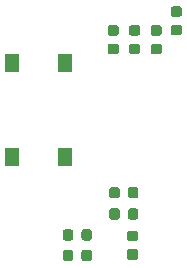
<source format=gbp>
G04 #@! TF.GenerationSoftware,KiCad,Pcbnew,(5.1.5)-3*
G04 #@! TF.CreationDate,2020-07-10T17:57:17-06:00*
G04 #@! TF.ProjectId,CounterProject,436f756e-7465-4725-9072-6f6a6563742e,rev?*
G04 #@! TF.SameCoordinates,Original*
G04 #@! TF.FileFunction,Paste,Bot*
G04 #@! TF.FilePolarity,Positive*
%FSLAX46Y46*%
G04 Gerber Fmt 4.6, Leading zero omitted, Abs format (unit mm)*
G04 Created by KiCad (PCBNEW (5.1.5)-3) date 2020-07-10 17:57:17*
%MOMM*%
%LPD*%
G04 APERTURE LIST*
%ADD10R,1.300000X1.550000*%
%ADD11C,0.100000*%
G04 APERTURE END LIST*
D10*
X127021200Y-127447240D03*
X127021200Y-135397240D03*
X131521200Y-127447240D03*
X131521200Y-135397240D03*
D11*
G36*
X131994871Y-141532373D02*
G01*
X132016106Y-141535523D01*
X132036930Y-141540739D01*
X132057142Y-141547971D01*
X132076548Y-141557150D01*
X132094961Y-141568186D01*
X132112204Y-141580974D01*
X132128110Y-141595390D01*
X132142526Y-141611296D01*
X132155314Y-141628539D01*
X132166350Y-141646952D01*
X132175529Y-141666358D01*
X132182761Y-141686570D01*
X132187977Y-141707394D01*
X132191127Y-141728629D01*
X132192180Y-141750070D01*
X132192180Y-142262570D01*
X132191127Y-142284011D01*
X132187977Y-142305246D01*
X132182761Y-142326070D01*
X132175529Y-142346282D01*
X132166350Y-142365688D01*
X132155314Y-142384101D01*
X132142526Y-142401344D01*
X132128110Y-142417250D01*
X132112204Y-142431666D01*
X132094961Y-142444454D01*
X132076548Y-142455490D01*
X132057142Y-142464669D01*
X132036930Y-142471901D01*
X132016106Y-142477117D01*
X131994871Y-142480267D01*
X131973430Y-142481320D01*
X131535930Y-142481320D01*
X131514489Y-142480267D01*
X131493254Y-142477117D01*
X131472430Y-142471901D01*
X131452218Y-142464669D01*
X131432812Y-142455490D01*
X131414399Y-142444454D01*
X131397156Y-142431666D01*
X131381250Y-142417250D01*
X131366834Y-142401344D01*
X131354046Y-142384101D01*
X131343010Y-142365688D01*
X131333831Y-142346282D01*
X131326599Y-142326070D01*
X131321383Y-142305246D01*
X131318233Y-142284011D01*
X131317180Y-142262570D01*
X131317180Y-141750070D01*
X131318233Y-141728629D01*
X131321383Y-141707394D01*
X131326599Y-141686570D01*
X131333831Y-141666358D01*
X131343010Y-141646952D01*
X131354046Y-141628539D01*
X131366834Y-141611296D01*
X131381250Y-141595390D01*
X131397156Y-141580974D01*
X131414399Y-141568186D01*
X131432812Y-141557150D01*
X131452218Y-141547971D01*
X131472430Y-141540739D01*
X131493254Y-141535523D01*
X131514489Y-141532373D01*
X131535930Y-141531320D01*
X131973430Y-141531320D01*
X131994871Y-141532373D01*
G37*
G36*
X133569871Y-141532373D02*
G01*
X133591106Y-141535523D01*
X133611930Y-141540739D01*
X133632142Y-141547971D01*
X133651548Y-141557150D01*
X133669961Y-141568186D01*
X133687204Y-141580974D01*
X133703110Y-141595390D01*
X133717526Y-141611296D01*
X133730314Y-141628539D01*
X133741350Y-141646952D01*
X133750529Y-141666358D01*
X133757761Y-141686570D01*
X133762977Y-141707394D01*
X133766127Y-141728629D01*
X133767180Y-141750070D01*
X133767180Y-142262570D01*
X133766127Y-142284011D01*
X133762977Y-142305246D01*
X133757761Y-142326070D01*
X133750529Y-142346282D01*
X133741350Y-142365688D01*
X133730314Y-142384101D01*
X133717526Y-142401344D01*
X133703110Y-142417250D01*
X133687204Y-142431666D01*
X133669961Y-142444454D01*
X133651548Y-142455490D01*
X133632142Y-142464669D01*
X133611930Y-142471901D01*
X133591106Y-142477117D01*
X133569871Y-142480267D01*
X133548430Y-142481320D01*
X133110930Y-142481320D01*
X133089489Y-142480267D01*
X133068254Y-142477117D01*
X133047430Y-142471901D01*
X133027218Y-142464669D01*
X133007812Y-142455490D01*
X132989399Y-142444454D01*
X132972156Y-142431666D01*
X132956250Y-142417250D01*
X132941834Y-142401344D01*
X132929046Y-142384101D01*
X132918010Y-142365688D01*
X132908831Y-142346282D01*
X132901599Y-142326070D01*
X132896383Y-142305246D01*
X132893233Y-142284011D01*
X132892180Y-142262570D01*
X132892180Y-141750070D01*
X132893233Y-141728629D01*
X132896383Y-141707394D01*
X132901599Y-141686570D01*
X132908831Y-141666358D01*
X132918010Y-141646952D01*
X132929046Y-141628539D01*
X132941834Y-141611296D01*
X132956250Y-141595390D01*
X132972156Y-141580974D01*
X132989399Y-141568186D01*
X133007812Y-141557150D01*
X133027218Y-141547971D01*
X133047430Y-141540739D01*
X133068254Y-141535523D01*
X133089489Y-141532373D01*
X133110930Y-141531320D01*
X133548430Y-141531320D01*
X133569871Y-141532373D01*
G37*
G36*
X141196891Y-122651853D02*
G01*
X141218126Y-122655003D01*
X141238950Y-122660219D01*
X141259162Y-122667451D01*
X141278568Y-122676630D01*
X141296981Y-122687666D01*
X141314224Y-122700454D01*
X141330130Y-122714870D01*
X141344546Y-122730776D01*
X141357334Y-122748019D01*
X141368370Y-122766432D01*
X141377549Y-122785838D01*
X141384781Y-122806050D01*
X141389997Y-122826874D01*
X141393147Y-122848109D01*
X141394200Y-122869550D01*
X141394200Y-123307050D01*
X141393147Y-123328491D01*
X141389997Y-123349726D01*
X141384781Y-123370550D01*
X141377549Y-123390762D01*
X141368370Y-123410168D01*
X141357334Y-123428581D01*
X141344546Y-123445824D01*
X141330130Y-123461730D01*
X141314224Y-123476146D01*
X141296981Y-123488934D01*
X141278568Y-123499970D01*
X141259162Y-123509149D01*
X141238950Y-123516381D01*
X141218126Y-123521597D01*
X141196891Y-123524747D01*
X141175450Y-123525800D01*
X140662950Y-123525800D01*
X140641509Y-123524747D01*
X140620274Y-123521597D01*
X140599450Y-123516381D01*
X140579238Y-123509149D01*
X140559832Y-123499970D01*
X140541419Y-123488934D01*
X140524176Y-123476146D01*
X140508270Y-123461730D01*
X140493854Y-123445824D01*
X140481066Y-123428581D01*
X140470030Y-123410168D01*
X140460851Y-123390762D01*
X140453619Y-123370550D01*
X140448403Y-123349726D01*
X140445253Y-123328491D01*
X140444200Y-123307050D01*
X140444200Y-122869550D01*
X140445253Y-122848109D01*
X140448403Y-122826874D01*
X140453619Y-122806050D01*
X140460851Y-122785838D01*
X140470030Y-122766432D01*
X140481066Y-122748019D01*
X140493854Y-122730776D01*
X140508270Y-122714870D01*
X140524176Y-122700454D01*
X140541419Y-122687666D01*
X140559832Y-122676630D01*
X140579238Y-122667451D01*
X140599450Y-122660219D01*
X140620274Y-122655003D01*
X140641509Y-122651853D01*
X140662950Y-122650800D01*
X141175450Y-122650800D01*
X141196891Y-122651853D01*
G37*
G36*
X141196891Y-124226853D02*
G01*
X141218126Y-124230003D01*
X141238950Y-124235219D01*
X141259162Y-124242451D01*
X141278568Y-124251630D01*
X141296981Y-124262666D01*
X141314224Y-124275454D01*
X141330130Y-124289870D01*
X141344546Y-124305776D01*
X141357334Y-124323019D01*
X141368370Y-124341432D01*
X141377549Y-124360838D01*
X141384781Y-124381050D01*
X141389997Y-124401874D01*
X141393147Y-124423109D01*
X141394200Y-124444550D01*
X141394200Y-124882050D01*
X141393147Y-124903491D01*
X141389997Y-124924726D01*
X141384781Y-124945550D01*
X141377549Y-124965762D01*
X141368370Y-124985168D01*
X141357334Y-125003581D01*
X141344546Y-125020824D01*
X141330130Y-125036730D01*
X141314224Y-125051146D01*
X141296981Y-125063934D01*
X141278568Y-125074970D01*
X141259162Y-125084149D01*
X141238950Y-125091381D01*
X141218126Y-125096597D01*
X141196891Y-125099747D01*
X141175450Y-125100800D01*
X140662950Y-125100800D01*
X140641509Y-125099747D01*
X140620274Y-125096597D01*
X140599450Y-125091381D01*
X140579238Y-125084149D01*
X140559832Y-125074970D01*
X140541419Y-125063934D01*
X140524176Y-125051146D01*
X140508270Y-125036730D01*
X140493854Y-125020824D01*
X140481066Y-125003581D01*
X140470030Y-124985168D01*
X140460851Y-124965762D01*
X140453619Y-124945550D01*
X140448403Y-124924726D01*
X140445253Y-124903491D01*
X140444200Y-124882050D01*
X140444200Y-124444550D01*
X140445253Y-124423109D01*
X140448403Y-124401874D01*
X140453619Y-124381050D01*
X140460851Y-124360838D01*
X140470030Y-124341432D01*
X140481066Y-124323019D01*
X140493854Y-124305776D01*
X140508270Y-124289870D01*
X140524176Y-124275454D01*
X140541419Y-124262666D01*
X140559832Y-124251630D01*
X140579238Y-124242451D01*
X140599450Y-124235219D01*
X140620274Y-124230003D01*
X140641509Y-124226853D01*
X140662950Y-124225800D01*
X141175450Y-124225800D01*
X141196891Y-124226853D01*
G37*
G36*
X137501991Y-137956053D02*
G01*
X137523226Y-137959203D01*
X137544050Y-137964419D01*
X137564262Y-137971651D01*
X137583668Y-137980830D01*
X137602081Y-137991866D01*
X137619324Y-138004654D01*
X137635230Y-138019070D01*
X137649646Y-138034976D01*
X137662434Y-138052219D01*
X137673470Y-138070632D01*
X137682649Y-138090038D01*
X137689881Y-138110250D01*
X137695097Y-138131074D01*
X137698247Y-138152309D01*
X137699300Y-138173750D01*
X137699300Y-138686250D01*
X137698247Y-138707691D01*
X137695097Y-138728926D01*
X137689881Y-138749750D01*
X137682649Y-138769962D01*
X137673470Y-138789368D01*
X137662434Y-138807781D01*
X137649646Y-138825024D01*
X137635230Y-138840930D01*
X137619324Y-138855346D01*
X137602081Y-138868134D01*
X137583668Y-138879170D01*
X137564262Y-138888349D01*
X137544050Y-138895581D01*
X137523226Y-138900797D01*
X137501991Y-138903947D01*
X137480550Y-138905000D01*
X137043050Y-138905000D01*
X137021609Y-138903947D01*
X137000374Y-138900797D01*
X136979550Y-138895581D01*
X136959338Y-138888349D01*
X136939932Y-138879170D01*
X136921519Y-138868134D01*
X136904276Y-138855346D01*
X136888370Y-138840930D01*
X136873954Y-138825024D01*
X136861166Y-138807781D01*
X136850130Y-138789368D01*
X136840951Y-138769962D01*
X136833719Y-138749750D01*
X136828503Y-138728926D01*
X136825353Y-138707691D01*
X136824300Y-138686250D01*
X136824300Y-138173750D01*
X136825353Y-138152309D01*
X136828503Y-138131074D01*
X136833719Y-138110250D01*
X136840951Y-138090038D01*
X136850130Y-138070632D01*
X136861166Y-138052219D01*
X136873954Y-138034976D01*
X136888370Y-138019070D01*
X136904276Y-138004654D01*
X136921519Y-137991866D01*
X136939932Y-137980830D01*
X136959338Y-137971651D01*
X136979550Y-137964419D01*
X137000374Y-137959203D01*
X137021609Y-137956053D01*
X137043050Y-137955000D01*
X137480550Y-137955000D01*
X137501991Y-137956053D01*
G37*
G36*
X135926991Y-137956053D02*
G01*
X135948226Y-137959203D01*
X135969050Y-137964419D01*
X135989262Y-137971651D01*
X136008668Y-137980830D01*
X136027081Y-137991866D01*
X136044324Y-138004654D01*
X136060230Y-138019070D01*
X136074646Y-138034976D01*
X136087434Y-138052219D01*
X136098470Y-138070632D01*
X136107649Y-138090038D01*
X136114881Y-138110250D01*
X136120097Y-138131074D01*
X136123247Y-138152309D01*
X136124300Y-138173750D01*
X136124300Y-138686250D01*
X136123247Y-138707691D01*
X136120097Y-138728926D01*
X136114881Y-138749750D01*
X136107649Y-138769962D01*
X136098470Y-138789368D01*
X136087434Y-138807781D01*
X136074646Y-138825024D01*
X136060230Y-138840930D01*
X136044324Y-138855346D01*
X136027081Y-138868134D01*
X136008668Y-138879170D01*
X135989262Y-138888349D01*
X135969050Y-138895581D01*
X135948226Y-138900797D01*
X135926991Y-138903947D01*
X135905550Y-138905000D01*
X135468050Y-138905000D01*
X135446609Y-138903947D01*
X135425374Y-138900797D01*
X135404550Y-138895581D01*
X135384338Y-138888349D01*
X135364932Y-138879170D01*
X135346519Y-138868134D01*
X135329276Y-138855346D01*
X135313370Y-138840930D01*
X135298954Y-138825024D01*
X135286166Y-138807781D01*
X135275130Y-138789368D01*
X135265951Y-138769962D01*
X135258719Y-138749750D01*
X135253503Y-138728926D01*
X135250353Y-138707691D01*
X135249300Y-138686250D01*
X135249300Y-138173750D01*
X135250353Y-138152309D01*
X135253503Y-138131074D01*
X135258719Y-138110250D01*
X135265951Y-138090038D01*
X135275130Y-138070632D01*
X135286166Y-138052219D01*
X135298954Y-138034976D01*
X135313370Y-138019070D01*
X135329276Y-138004654D01*
X135346519Y-137991866D01*
X135364932Y-137980830D01*
X135384338Y-137971651D01*
X135404550Y-137964419D01*
X135425374Y-137959203D01*
X135446609Y-137956053D01*
X135468050Y-137955000D01*
X135905550Y-137955000D01*
X135926991Y-137956053D01*
G37*
G36*
X137488491Y-141648613D02*
G01*
X137509726Y-141651763D01*
X137530550Y-141656979D01*
X137550762Y-141664211D01*
X137570168Y-141673390D01*
X137588581Y-141684426D01*
X137605824Y-141697214D01*
X137621730Y-141711630D01*
X137636146Y-141727536D01*
X137648934Y-141744779D01*
X137659970Y-141763192D01*
X137669149Y-141782598D01*
X137676381Y-141802810D01*
X137681597Y-141823634D01*
X137684747Y-141844869D01*
X137685800Y-141866310D01*
X137685800Y-142303810D01*
X137684747Y-142325251D01*
X137681597Y-142346486D01*
X137676381Y-142367310D01*
X137669149Y-142387522D01*
X137659970Y-142406928D01*
X137648934Y-142425341D01*
X137636146Y-142442584D01*
X137621730Y-142458490D01*
X137605824Y-142472906D01*
X137588581Y-142485694D01*
X137570168Y-142496730D01*
X137550762Y-142505909D01*
X137530550Y-142513141D01*
X137509726Y-142518357D01*
X137488491Y-142521507D01*
X137467050Y-142522560D01*
X136954550Y-142522560D01*
X136933109Y-142521507D01*
X136911874Y-142518357D01*
X136891050Y-142513141D01*
X136870838Y-142505909D01*
X136851432Y-142496730D01*
X136833019Y-142485694D01*
X136815776Y-142472906D01*
X136799870Y-142458490D01*
X136785454Y-142442584D01*
X136772666Y-142425341D01*
X136761630Y-142406928D01*
X136752451Y-142387522D01*
X136745219Y-142367310D01*
X136740003Y-142346486D01*
X136736853Y-142325251D01*
X136735800Y-142303810D01*
X136735800Y-141866310D01*
X136736853Y-141844869D01*
X136740003Y-141823634D01*
X136745219Y-141802810D01*
X136752451Y-141782598D01*
X136761630Y-141763192D01*
X136772666Y-141744779D01*
X136785454Y-141727536D01*
X136799870Y-141711630D01*
X136815776Y-141697214D01*
X136833019Y-141684426D01*
X136851432Y-141673390D01*
X136870838Y-141664211D01*
X136891050Y-141656979D01*
X136911874Y-141651763D01*
X136933109Y-141648613D01*
X136954550Y-141647560D01*
X137467050Y-141647560D01*
X137488491Y-141648613D01*
G37*
G36*
X137488491Y-143223613D02*
G01*
X137509726Y-143226763D01*
X137530550Y-143231979D01*
X137550762Y-143239211D01*
X137570168Y-143248390D01*
X137588581Y-143259426D01*
X137605824Y-143272214D01*
X137621730Y-143286630D01*
X137636146Y-143302536D01*
X137648934Y-143319779D01*
X137659970Y-143338192D01*
X137669149Y-143357598D01*
X137676381Y-143377810D01*
X137681597Y-143398634D01*
X137684747Y-143419869D01*
X137685800Y-143441310D01*
X137685800Y-143878810D01*
X137684747Y-143900251D01*
X137681597Y-143921486D01*
X137676381Y-143942310D01*
X137669149Y-143962522D01*
X137659970Y-143981928D01*
X137648934Y-144000341D01*
X137636146Y-144017584D01*
X137621730Y-144033490D01*
X137605824Y-144047906D01*
X137588581Y-144060694D01*
X137570168Y-144071730D01*
X137550762Y-144080909D01*
X137530550Y-144088141D01*
X137509726Y-144093357D01*
X137488491Y-144096507D01*
X137467050Y-144097560D01*
X136954550Y-144097560D01*
X136933109Y-144096507D01*
X136911874Y-144093357D01*
X136891050Y-144088141D01*
X136870838Y-144080909D01*
X136851432Y-144071730D01*
X136833019Y-144060694D01*
X136815776Y-144047906D01*
X136799870Y-144033490D01*
X136785454Y-144017584D01*
X136772666Y-144000341D01*
X136761630Y-143981928D01*
X136752451Y-143962522D01*
X136745219Y-143942310D01*
X136740003Y-143921486D01*
X136736853Y-143900251D01*
X136735800Y-143878810D01*
X136735800Y-143441310D01*
X136736853Y-143419869D01*
X136740003Y-143398634D01*
X136745219Y-143377810D01*
X136752451Y-143357598D01*
X136761630Y-143338192D01*
X136772666Y-143319779D01*
X136785454Y-143302536D01*
X136799870Y-143286630D01*
X136815776Y-143272214D01*
X136833019Y-143259426D01*
X136851432Y-143248390D01*
X136870838Y-143239211D01*
X136891050Y-143231979D01*
X136911874Y-143226763D01*
X136933109Y-143223613D01*
X136954550Y-143222560D01*
X137467050Y-143222560D01*
X137488491Y-143223613D01*
G37*
G36*
X133564791Y-143264653D02*
G01*
X133586026Y-143267803D01*
X133606850Y-143273019D01*
X133627062Y-143280251D01*
X133646468Y-143289430D01*
X133664881Y-143300466D01*
X133682124Y-143313254D01*
X133698030Y-143327670D01*
X133712446Y-143343576D01*
X133725234Y-143360819D01*
X133736270Y-143379232D01*
X133745449Y-143398638D01*
X133752681Y-143418850D01*
X133757897Y-143439674D01*
X133761047Y-143460909D01*
X133762100Y-143482350D01*
X133762100Y-143994850D01*
X133761047Y-144016291D01*
X133757897Y-144037526D01*
X133752681Y-144058350D01*
X133745449Y-144078562D01*
X133736270Y-144097968D01*
X133725234Y-144116381D01*
X133712446Y-144133624D01*
X133698030Y-144149530D01*
X133682124Y-144163946D01*
X133664881Y-144176734D01*
X133646468Y-144187770D01*
X133627062Y-144196949D01*
X133606850Y-144204181D01*
X133586026Y-144209397D01*
X133564791Y-144212547D01*
X133543350Y-144213600D01*
X133105850Y-144213600D01*
X133084409Y-144212547D01*
X133063174Y-144209397D01*
X133042350Y-144204181D01*
X133022138Y-144196949D01*
X133002732Y-144187770D01*
X132984319Y-144176734D01*
X132967076Y-144163946D01*
X132951170Y-144149530D01*
X132936754Y-144133624D01*
X132923966Y-144116381D01*
X132912930Y-144097968D01*
X132903751Y-144078562D01*
X132896519Y-144058350D01*
X132891303Y-144037526D01*
X132888153Y-144016291D01*
X132887100Y-143994850D01*
X132887100Y-143482350D01*
X132888153Y-143460909D01*
X132891303Y-143439674D01*
X132896519Y-143418850D01*
X132903751Y-143398638D01*
X132912930Y-143379232D01*
X132923966Y-143360819D01*
X132936754Y-143343576D01*
X132951170Y-143327670D01*
X132967076Y-143313254D01*
X132984319Y-143300466D01*
X133002732Y-143289430D01*
X133022138Y-143280251D01*
X133042350Y-143273019D01*
X133063174Y-143267803D01*
X133084409Y-143264653D01*
X133105850Y-143263600D01*
X133543350Y-143263600D01*
X133564791Y-143264653D01*
G37*
G36*
X131989791Y-143264653D02*
G01*
X132011026Y-143267803D01*
X132031850Y-143273019D01*
X132052062Y-143280251D01*
X132071468Y-143289430D01*
X132089881Y-143300466D01*
X132107124Y-143313254D01*
X132123030Y-143327670D01*
X132137446Y-143343576D01*
X132150234Y-143360819D01*
X132161270Y-143379232D01*
X132170449Y-143398638D01*
X132177681Y-143418850D01*
X132182897Y-143439674D01*
X132186047Y-143460909D01*
X132187100Y-143482350D01*
X132187100Y-143994850D01*
X132186047Y-144016291D01*
X132182897Y-144037526D01*
X132177681Y-144058350D01*
X132170449Y-144078562D01*
X132161270Y-144097968D01*
X132150234Y-144116381D01*
X132137446Y-144133624D01*
X132123030Y-144149530D01*
X132107124Y-144163946D01*
X132089881Y-144176734D01*
X132071468Y-144187770D01*
X132052062Y-144196949D01*
X132031850Y-144204181D01*
X132011026Y-144209397D01*
X131989791Y-144212547D01*
X131968350Y-144213600D01*
X131530850Y-144213600D01*
X131509409Y-144212547D01*
X131488174Y-144209397D01*
X131467350Y-144204181D01*
X131447138Y-144196949D01*
X131427732Y-144187770D01*
X131409319Y-144176734D01*
X131392076Y-144163946D01*
X131376170Y-144149530D01*
X131361754Y-144133624D01*
X131348966Y-144116381D01*
X131337930Y-144097968D01*
X131328751Y-144078562D01*
X131321519Y-144058350D01*
X131316303Y-144037526D01*
X131313153Y-144016291D01*
X131312100Y-143994850D01*
X131312100Y-143482350D01*
X131313153Y-143460909D01*
X131316303Y-143439674D01*
X131321519Y-143418850D01*
X131328751Y-143398638D01*
X131337930Y-143379232D01*
X131348966Y-143360819D01*
X131361754Y-143343576D01*
X131376170Y-143327670D01*
X131392076Y-143313254D01*
X131409319Y-143300466D01*
X131427732Y-143289430D01*
X131447138Y-143280251D01*
X131467350Y-143273019D01*
X131488174Y-143267803D01*
X131509409Y-143264653D01*
X131530850Y-143263600D01*
X131968350Y-143263600D01*
X131989791Y-143264653D01*
G37*
G36*
X137666291Y-124252153D02*
G01*
X137687526Y-124255303D01*
X137708350Y-124260519D01*
X137728562Y-124267751D01*
X137747968Y-124276930D01*
X137766381Y-124287966D01*
X137783624Y-124300754D01*
X137799530Y-124315170D01*
X137813946Y-124331076D01*
X137826734Y-124348319D01*
X137837770Y-124366732D01*
X137846949Y-124386138D01*
X137854181Y-124406350D01*
X137859397Y-124427174D01*
X137862547Y-124448409D01*
X137863600Y-124469850D01*
X137863600Y-124907350D01*
X137862547Y-124928791D01*
X137859397Y-124950026D01*
X137854181Y-124970850D01*
X137846949Y-124991062D01*
X137837770Y-125010468D01*
X137826734Y-125028881D01*
X137813946Y-125046124D01*
X137799530Y-125062030D01*
X137783624Y-125076446D01*
X137766381Y-125089234D01*
X137747968Y-125100270D01*
X137728562Y-125109449D01*
X137708350Y-125116681D01*
X137687526Y-125121897D01*
X137666291Y-125125047D01*
X137644850Y-125126100D01*
X137132350Y-125126100D01*
X137110909Y-125125047D01*
X137089674Y-125121897D01*
X137068850Y-125116681D01*
X137048638Y-125109449D01*
X137029232Y-125100270D01*
X137010819Y-125089234D01*
X136993576Y-125076446D01*
X136977670Y-125062030D01*
X136963254Y-125046124D01*
X136950466Y-125028881D01*
X136939430Y-125010468D01*
X136930251Y-124991062D01*
X136923019Y-124970850D01*
X136917803Y-124950026D01*
X136914653Y-124928791D01*
X136913600Y-124907350D01*
X136913600Y-124469850D01*
X136914653Y-124448409D01*
X136917803Y-124427174D01*
X136923019Y-124406350D01*
X136930251Y-124386138D01*
X136939430Y-124366732D01*
X136950466Y-124348319D01*
X136963254Y-124331076D01*
X136977670Y-124315170D01*
X136993576Y-124300754D01*
X137010819Y-124287966D01*
X137029232Y-124276930D01*
X137048638Y-124267751D01*
X137068850Y-124260519D01*
X137089674Y-124255303D01*
X137110909Y-124252153D01*
X137132350Y-124251100D01*
X137644850Y-124251100D01*
X137666291Y-124252153D01*
G37*
G36*
X137666291Y-125827153D02*
G01*
X137687526Y-125830303D01*
X137708350Y-125835519D01*
X137728562Y-125842751D01*
X137747968Y-125851930D01*
X137766381Y-125862966D01*
X137783624Y-125875754D01*
X137799530Y-125890170D01*
X137813946Y-125906076D01*
X137826734Y-125923319D01*
X137837770Y-125941732D01*
X137846949Y-125961138D01*
X137854181Y-125981350D01*
X137859397Y-126002174D01*
X137862547Y-126023409D01*
X137863600Y-126044850D01*
X137863600Y-126482350D01*
X137862547Y-126503791D01*
X137859397Y-126525026D01*
X137854181Y-126545850D01*
X137846949Y-126566062D01*
X137837770Y-126585468D01*
X137826734Y-126603881D01*
X137813946Y-126621124D01*
X137799530Y-126637030D01*
X137783624Y-126651446D01*
X137766381Y-126664234D01*
X137747968Y-126675270D01*
X137728562Y-126684449D01*
X137708350Y-126691681D01*
X137687526Y-126696897D01*
X137666291Y-126700047D01*
X137644850Y-126701100D01*
X137132350Y-126701100D01*
X137110909Y-126700047D01*
X137089674Y-126696897D01*
X137068850Y-126691681D01*
X137048638Y-126684449D01*
X137029232Y-126675270D01*
X137010819Y-126664234D01*
X136993576Y-126651446D01*
X136977670Y-126637030D01*
X136963254Y-126621124D01*
X136950466Y-126603881D01*
X136939430Y-126585468D01*
X136930251Y-126566062D01*
X136923019Y-126545850D01*
X136917803Y-126525026D01*
X136914653Y-126503791D01*
X136913600Y-126482350D01*
X136913600Y-126044850D01*
X136914653Y-126023409D01*
X136917803Y-126002174D01*
X136923019Y-125981350D01*
X136930251Y-125961138D01*
X136939430Y-125941732D01*
X136950466Y-125923319D01*
X136963254Y-125906076D01*
X136977670Y-125890170D01*
X136993576Y-125875754D01*
X137010819Y-125862966D01*
X137029232Y-125851930D01*
X137048638Y-125842751D01*
X137068850Y-125835519D01*
X137089674Y-125830303D01*
X137110909Y-125827153D01*
X137132350Y-125826100D01*
X137644850Y-125826100D01*
X137666291Y-125827153D01*
G37*
G36*
X135850191Y-124251953D02*
G01*
X135871426Y-124255103D01*
X135892250Y-124260319D01*
X135912462Y-124267551D01*
X135931868Y-124276730D01*
X135950281Y-124287766D01*
X135967524Y-124300554D01*
X135983430Y-124314970D01*
X135997846Y-124330876D01*
X136010634Y-124348119D01*
X136021670Y-124366532D01*
X136030849Y-124385938D01*
X136038081Y-124406150D01*
X136043297Y-124426974D01*
X136046447Y-124448209D01*
X136047500Y-124469650D01*
X136047500Y-124907150D01*
X136046447Y-124928591D01*
X136043297Y-124949826D01*
X136038081Y-124970650D01*
X136030849Y-124990862D01*
X136021670Y-125010268D01*
X136010634Y-125028681D01*
X135997846Y-125045924D01*
X135983430Y-125061830D01*
X135967524Y-125076246D01*
X135950281Y-125089034D01*
X135931868Y-125100070D01*
X135912462Y-125109249D01*
X135892250Y-125116481D01*
X135871426Y-125121697D01*
X135850191Y-125124847D01*
X135828750Y-125125900D01*
X135316250Y-125125900D01*
X135294809Y-125124847D01*
X135273574Y-125121697D01*
X135252750Y-125116481D01*
X135232538Y-125109249D01*
X135213132Y-125100070D01*
X135194719Y-125089034D01*
X135177476Y-125076246D01*
X135161570Y-125061830D01*
X135147154Y-125045924D01*
X135134366Y-125028681D01*
X135123330Y-125010268D01*
X135114151Y-124990862D01*
X135106919Y-124970650D01*
X135101703Y-124949826D01*
X135098553Y-124928591D01*
X135097500Y-124907150D01*
X135097500Y-124469650D01*
X135098553Y-124448209D01*
X135101703Y-124426974D01*
X135106919Y-124406150D01*
X135114151Y-124385938D01*
X135123330Y-124366532D01*
X135134366Y-124348119D01*
X135147154Y-124330876D01*
X135161570Y-124314970D01*
X135177476Y-124300554D01*
X135194719Y-124287766D01*
X135213132Y-124276730D01*
X135232538Y-124267551D01*
X135252750Y-124260319D01*
X135273574Y-124255103D01*
X135294809Y-124251953D01*
X135316250Y-124250900D01*
X135828750Y-124250900D01*
X135850191Y-124251953D01*
G37*
G36*
X135850191Y-125826953D02*
G01*
X135871426Y-125830103D01*
X135892250Y-125835319D01*
X135912462Y-125842551D01*
X135931868Y-125851730D01*
X135950281Y-125862766D01*
X135967524Y-125875554D01*
X135983430Y-125889970D01*
X135997846Y-125905876D01*
X136010634Y-125923119D01*
X136021670Y-125941532D01*
X136030849Y-125960938D01*
X136038081Y-125981150D01*
X136043297Y-126001974D01*
X136046447Y-126023209D01*
X136047500Y-126044650D01*
X136047500Y-126482150D01*
X136046447Y-126503591D01*
X136043297Y-126524826D01*
X136038081Y-126545650D01*
X136030849Y-126565862D01*
X136021670Y-126585268D01*
X136010634Y-126603681D01*
X135997846Y-126620924D01*
X135983430Y-126636830D01*
X135967524Y-126651246D01*
X135950281Y-126664034D01*
X135931868Y-126675070D01*
X135912462Y-126684249D01*
X135892250Y-126691481D01*
X135871426Y-126696697D01*
X135850191Y-126699847D01*
X135828750Y-126700900D01*
X135316250Y-126700900D01*
X135294809Y-126699847D01*
X135273574Y-126696697D01*
X135252750Y-126691481D01*
X135232538Y-126684249D01*
X135213132Y-126675070D01*
X135194719Y-126664034D01*
X135177476Y-126651246D01*
X135161570Y-126636830D01*
X135147154Y-126620924D01*
X135134366Y-126603681D01*
X135123330Y-126585268D01*
X135114151Y-126565862D01*
X135106919Y-126545650D01*
X135101703Y-126524826D01*
X135098553Y-126503591D01*
X135097500Y-126482150D01*
X135097500Y-126044650D01*
X135098553Y-126023209D01*
X135101703Y-126001974D01*
X135106919Y-125981150D01*
X135114151Y-125960938D01*
X135123330Y-125941532D01*
X135134366Y-125923119D01*
X135147154Y-125905876D01*
X135161570Y-125889970D01*
X135177476Y-125875554D01*
X135194719Y-125862766D01*
X135213132Y-125851730D01*
X135232538Y-125842551D01*
X135252750Y-125835319D01*
X135273574Y-125830103D01*
X135294809Y-125826953D01*
X135316250Y-125825900D01*
X135828750Y-125825900D01*
X135850191Y-125826953D01*
G37*
G36*
X135926991Y-139759453D02*
G01*
X135948226Y-139762603D01*
X135969050Y-139767819D01*
X135989262Y-139775051D01*
X136008668Y-139784230D01*
X136027081Y-139795266D01*
X136044324Y-139808054D01*
X136060230Y-139822470D01*
X136074646Y-139838376D01*
X136087434Y-139855619D01*
X136098470Y-139874032D01*
X136107649Y-139893438D01*
X136114881Y-139913650D01*
X136120097Y-139934474D01*
X136123247Y-139955709D01*
X136124300Y-139977150D01*
X136124300Y-140489650D01*
X136123247Y-140511091D01*
X136120097Y-140532326D01*
X136114881Y-140553150D01*
X136107649Y-140573362D01*
X136098470Y-140592768D01*
X136087434Y-140611181D01*
X136074646Y-140628424D01*
X136060230Y-140644330D01*
X136044324Y-140658746D01*
X136027081Y-140671534D01*
X136008668Y-140682570D01*
X135989262Y-140691749D01*
X135969050Y-140698981D01*
X135948226Y-140704197D01*
X135926991Y-140707347D01*
X135905550Y-140708400D01*
X135468050Y-140708400D01*
X135446609Y-140707347D01*
X135425374Y-140704197D01*
X135404550Y-140698981D01*
X135384338Y-140691749D01*
X135364932Y-140682570D01*
X135346519Y-140671534D01*
X135329276Y-140658746D01*
X135313370Y-140644330D01*
X135298954Y-140628424D01*
X135286166Y-140611181D01*
X135275130Y-140592768D01*
X135265951Y-140573362D01*
X135258719Y-140553150D01*
X135253503Y-140532326D01*
X135250353Y-140511091D01*
X135249300Y-140489650D01*
X135249300Y-139977150D01*
X135250353Y-139955709D01*
X135253503Y-139934474D01*
X135258719Y-139913650D01*
X135265951Y-139893438D01*
X135275130Y-139874032D01*
X135286166Y-139855619D01*
X135298954Y-139838376D01*
X135313370Y-139822470D01*
X135329276Y-139808054D01*
X135346519Y-139795266D01*
X135364932Y-139784230D01*
X135384338Y-139775051D01*
X135404550Y-139767819D01*
X135425374Y-139762603D01*
X135446609Y-139759453D01*
X135468050Y-139758400D01*
X135905550Y-139758400D01*
X135926991Y-139759453D01*
G37*
G36*
X137501991Y-139759453D02*
G01*
X137523226Y-139762603D01*
X137544050Y-139767819D01*
X137564262Y-139775051D01*
X137583668Y-139784230D01*
X137602081Y-139795266D01*
X137619324Y-139808054D01*
X137635230Y-139822470D01*
X137649646Y-139838376D01*
X137662434Y-139855619D01*
X137673470Y-139874032D01*
X137682649Y-139893438D01*
X137689881Y-139913650D01*
X137695097Y-139934474D01*
X137698247Y-139955709D01*
X137699300Y-139977150D01*
X137699300Y-140489650D01*
X137698247Y-140511091D01*
X137695097Y-140532326D01*
X137689881Y-140553150D01*
X137682649Y-140573362D01*
X137673470Y-140592768D01*
X137662434Y-140611181D01*
X137649646Y-140628424D01*
X137635230Y-140644330D01*
X137619324Y-140658746D01*
X137602081Y-140671534D01*
X137583668Y-140682570D01*
X137564262Y-140691749D01*
X137544050Y-140698981D01*
X137523226Y-140704197D01*
X137501991Y-140707347D01*
X137480550Y-140708400D01*
X137043050Y-140708400D01*
X137021609Y-140707347D01*
X137000374Y-140704197D01*
X136979550Y-140698981D01*
X136959338Y-140691749D01*
X136939932Y-140682570D01*
X136921519Y-140671534D01*
X136904276Y-140658746D01*
X136888370Y-140644330D01*
X136873954Y-140628424D01*
X136861166Y-140611181D01*
X136850130Y-140592768D01*
X136840951Y-140573362D01*
X136833719Y-140553150D01*
X136828503Y-140532326D01*
X136825353Y-140511091D01*
X136824300Y-140489650D01*
X136824300Y-139977150D01*
X136825353Y-139955709D01*
X136828503Y-139934474D01*
X136833719Y-139913650D01*
X136840951Y-139893438D01*
X136850130Y-139874032D01*
X136861166Y-139855619D01*
X136873954Y-139838376D01*
X136888370Y-139822470D01*
X136904276Y-139808054D01*
X136921519Y-139795266D01*
X136939932Y-139784230D01*
X136959338Y-139775051D01*
X136979550Y-139767819D01*
X137000374Y-139762603D01*
X137021609Y-139759453D01*
X137043050Y-139758400D01*
X137480550Y-139758400D01*
X137501991Y-139759453D01*
G37*
G36*
X139495091Y-124252153D02*
G01*
X139516326Y-124255303D01*
X139537150Y-124260519D01*
X139557362Y-124267751D01*
X139576768Y-124276930D01*
X139595181Y-124287966D01*
X139612424Y-124300754D01*
X139628330Y-124315170D01*
X139642746Y-124331076D01*
X139655534Y-124348319D01*
X139666570Y-124366732D01*
X139675749Y-124386138D01*
X139682981Y-124406350D01*
X139688197Y-124427174D01*
X139691347Y-124448409D01*
X139692400Y-124469850D01*
X139692400Y-124907350D01*
X139691347Y-124928791D01*
X139688197Y-124950026D01*
X139682981Y-124970850D01*
X139675749Y-124991062D01*
X139666570Y-125010468D01*
X139655534Y-125028881D01*
X139642746Y-125046124D01*
X139628330Y-125062030D01*
X139612424Y-125076446D01*
X139595181Y-125089234D01*
X139576768Y-125100270D01*
X139557362Y-125109449D01*
X139537150Y-125116681D01*
X139516326Y-125121897D01*
X139495091Y-125125047D01*
X139473650Y-125126100D01*
X138961150Y-125126100D01*
X138939709Y-125125047D01*
X138918474Y-125121897D01*
X138897650Y-125116681D01*
X138877438Y-125109449D01*
X138858032Y-125100270D01*
X138839619Y-125089234D01*
X138822376Y-125076446D01*
X138806470Y-125062030D01*
X138792054Y-125046124D01*
X138779266Y-125028881D01*
X138768230Y-125010468D01*
X138759051Y-124991062D01*
X138751819Y-124970850D01*
X138746603Y-124950026D01*
X138743453Y-124928791D01*
X138742400Y-124907350D01*
X138742400Y-124469850D01*
X138743453Y-124448409D01*
X138746603Y-124427174D01*
X138751819Y-124406350D01*
X138759051Y-124386138D01*
X138768230Y-124366732D01*
X138779266Y-124348319D01*
X138792054Y-124331076D01*
X138806470Y-124315170D01*
X138822376Y-124300754D01*
X138839619Y-124287966D01*
X138858032Y-124276930D01*
X138877438Y-124267751D01*
X138897650Y-124260519D01*
X138918474Y-124255303D01*
X138939709Y-124252153D01*
X138961150Y-124251100D01*
X139473650Y-124251100D01*
X139495091Y-124252153D01*
G37*
G36*
X139495091Y-125827153D02*
G01*
X139516326Y-125830303D01*
X139537150Y-125835519D01*
X139557362Y-125842751D01*
X139576768Y-125851930D01*
X139595181Y-125862966D01*
X139612424Y-125875754D01*
X139628330Y-125890170D01*
X139642746Y-125906076D01*
X139655534Y-125923319D01*
X139666570Y-125941732D01*
X139675749Y-125961138D01*
X139682981Y-125981350D01*
X139688197Y-126002174D01*
X139691347Y-126023409D01*
X139692400Y-126044850D01*
X139692400Y-126482350D01*
X139691347Y-126503791D01*
X139688197Y-126525026D01*
X139682981Y-126545850D01*
X139675749Y-126566062D01*
X139666570Y-126585468D01*
X139655534Y-126603881D01*
X139642746Y-126621124D01*
X139628330Y-126637030D01*
X139612424Y-126651446D01*
X139595181Y-126664234D01*
X139576768Y-126675270D01*
X139557362Y-126684449D01*
X139537150Y-126691681D01*
X139516326Y-126696897D01*
X139495091Y-126700047D01*
X139473650Y-126701100D01*
X138961150Y-126701100D01*
X138939709Y-126700047D01*
X138918474Y-126696897D01*
X138897650Y-126691681D01*
X138877438Y-126684449D01*
X138858032Y-126675270D01*
X138839619Y-126664234D01*
X138822376Y-126651446D01*
X138806470Y-126637030D01*
X138792054Y-126621124D01*
X138779266Y-126603881D01*
X138768230Y-126585468D01*
X138759051Y-126566062D01*
X138751819Y-126545850D01*
X138746603Y-126525026D01*
X138743453Y-126503791D01*
X138742400Y-126482350D01*
X138742400Y-126044850D01*
X138743453Y-126023409D01*
X138746603Y-126002174D01*
X138751819Y-125981350D01*
X138759051Y-125961138D01*
X138768230Y-125941732D01*
X138779266Y-125923319D01*
X138792054Y-125906076D01*
X138806470Y-125890170D01*
X138822376Y-125875754D01*
X138839619Y-125862966D01*
X138858032Y-125851930D01*
X138877438Y-125842751D01*
X138897650Y-125835519D01*
X138918474Y-125830303D01*
X138939709Y-125827153D01*
X138961150Y-125826100D01*
X139473650Y-125826100D01*
X139495091Y-125827153D01*
G37*
M02*

</source>
